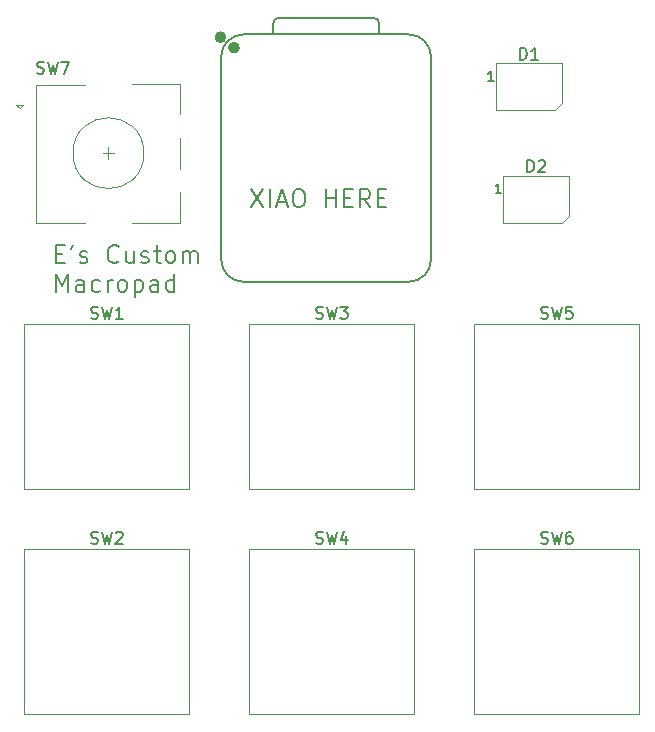
<source format=gbr>
%TF.GenerationSoftware,KiCad,Pcbnew,9.0.2*%
%TF.CreationDate,2025-06-23T11:31:14-05:00*%
%TF.ProjectId,e'sPad,65277350-6164-42e6-9b69-6361645f7063,rev?*%
%TF.SameCoordinates,Original*%
%TF.FileFunction,Legend,Top*%
%TF.FilePolarity,Positive*%
%FSLAX46Y46*%
G04 Gerber Fmt 4.6, Leading zero omitted, Abs format (unit mm)*
G04 Created by KiCad (PCBNEW 9.0.2) date 2025-06-23 11:31:14*
%MOMM*%
%LPD*%
G01*
G04 APERTURE LIST*
%ADD10C,0.187500*%
%ADD11C,0.150000*%
%ADD12C,0.120000*%
%ADD13C,0.127000*%
%ADD14C,0.100000*%
%ADD15C,0.504000*%
G04 APERTURE END LIST*
D10*
X131306390Y-43550428D02*
X132306390Y-45050428D01*
X132306390Y-43550428D02*
X131306390Y-45050428D01*
X132877818Y-45050428D02*
X132877818Y-43550428D01*
X133520676Y-44621857D02*
X134234962Y-44621857D01*
X133377819Y-45050428D02*
X133877819Y-43550428D01*
X133877819Y-43550428D02*
X134377819Y-45050428D01*
X135163533Y-43550428D02*
X135449247Y-43550428D01*
X135449247Y-43550428D02*
X135592104Y-43621857D01*
X135592104Y-43621857D02*
X135734961Y-43764714D01*
X135734961Y-43764714D02*
X135806390Y-44050428D01*
X135806390Y-44050428D02*
X135806390Y-44550428D01*
X135806390Y-44550428D02*
X135734961Y-44836142D01*
X135734961Y-44836142D02*
X135592104Y-44979000D01*
X135592104Y-44979000D02*
X135449247Y-45050428D01*
X135449247Y-45050428D02*
X135163533Y-45050428D01*
X135163533Y-45050428D02*
X135020676Y-44979000D01*
X135020676Y-44979000D02*
X134877818Y-44836142D01*
X134877818Y-44836142D02*
X134806390Y-44550428D01*
X134806390Y-44550428D02*
X134806390Y-44050428D01*
X134806390Y-44050428D02*
X134877818Y-43764714D01*
X134877818Y-43764714D02*
X135020676Y-43621857D01*
X135020676Y-43621857D02*
X135163533Y-43550428D01*
X137592104Y-45050428D02*
X137592104Y-43550428D01*
X137592104Y-44264714D02*
X138449247Y-44264714D01*
X138449247Y-45050428D02*
X138449247Y-43550428D01*
X139163533Y-44264714D02*
X139663533Y-44264714D01*
X139877819Y-45050428D02*
X139163533Y-45050428D01*
X139163533Y-45050428D02*
X139163533Y-43550428D01*
X139163533Y-43550428D02*
X139877819Y-43550428D01*
X141377819Y-45050428D02*
X140877819Y-44336142D01*
X140520676Y-45050428D02*
X140520676Y-43550428D01*
X140520676Y-43550428D02*
X141092105Y-43550428D01*
X141092105Y-43550428D02*
X141234962Y-43621857D01*
X141234962Y-43621857D02*
X141306391Y-43693285D01*
X141306391Y-43693285D02*
X141377819Y-43836142D01*
X141377819Y-43836142D02*
X141377819Y-44050428D01*
X141377819Y-44050428D02*
X141306391Y-44193285D01*
X141306391Y-44193285D02*
X141234962Y-44264714D01*
X141234962Y-44264714D02*
X141092105Y-44336142D01*
X141092105Y-44336142D02*
X140520676Y-44336142D01*
X142020676Y-44264714D02*
X142520676Y-44264714D01*
X142734962Y-45050428D02*
X142020676Y-45050428D01*
X142020676Y-45050428D02*
X142020676Y-43550428D01*
X142020676Y-43550428D02*
X142734962Y-43550428D01*
X114780497Y-48993548D02*
X115280497Y-48993548D01*
X115494783Y-49779262D02*
X114780497Y-49779262D01*
X114780497Y-49779262D02*
X114780497Y-48279262D01*
X114780497Y-48279262D02*
X115494783Y-48279262D01*
X116209069Y-48279262D02*
X116066212Y-48564976D01*
X116780498Y-49707834D02*
X116923355Y-49779262D01*
X116923355Y-49779262D02*
X117209069Y-49779262D01*
X117209069Y-49779262D02*
X117351926Y-49707834D01*
X117351926Y-49707834D02*
X117423355Y-49564976D01*
X117423355Y-49564976D02*
X117423355Y-49493548D01*
X117423355Y-49493548D02*
X117351926Y-49350691D01*
X117351926Y-49350691D02*
X117209069Y-49279262D01*
X117209069Y-49279262D02*
X116994784Y-49279262D01*
X116994784Y-49279262D02*
X116851926Y-49207834D01*
X116851926Y-49207834D02*
X116780498Y-49064976D01*
X116780498Y-49064976D02*
X116780498Y-48993548D01*
X116780498Y-48993548D02*
X116851926Y-48850691D01*
X116851926Y-48850691D02*
X116994784Y-48779262D01*
X116994784Y-48779262D02*
X117209069Y-48779262D01*
X117209069Y-48779262D02*
X117351926Y-48850691D01*
X120066212Y-49636405D02*
X119994784Y-49707834D01*
X119994784Y-49707834D02*
X119780498Y-49779262D01*
X119780498Y-49779262D02*
X119637641Y-49779262D01*
X119637641Y-49779262D02*
X119423355Y-49707834D01*
X119423355Y-49707834D02*
X119280498Y-49564976D01*
X119280498Y-49564976D02*
X119209069Y-49422119D01*
X119209069Y-49422119D02*
X119137641Y-49136405D01*
X119137641Y-49136405D02*
X119137641Y-48922119D01*
X119137641Y-48922119D02*
X119209069Y-48636405D01*
X119209069Y-48636405D02*
X119280498Y-48493548D01*
X119280498Y-48493548D02*
X119423355Y-48350691D01*
X119423355Y-48350691D02*
X119637641Y-48279262D01*
X119637641Y-48279262D02*
X119780498Y-48279262D01*
X119780498Y-48279262D02*
X119994784Y-48350691D01*
X119994784Y-48350691D02*
X120066212Y-48422119D01*
X121351927Y-48779262D02*
X121351927Y-49779262D01*
X120709069Y-48779262D02*
X120709069Y-49564976D01*
X120709069Y-49564976D02*
X120780498Y-49707834D01*
X120780498Y-49707834D02*
X120923355Y-49779262D01*
X120923355Y-49779262D02*
X121137641Y-49779262D01*
X121137641Y-49779262D02*
X121280498Y-49707834D01*
X121280498Y-49707834D02*
X121351927Y-49636405D01*
X121994784Y-49707834D02*
X122137641Y-49779262D01*
X122137641Y-49779262D02*
X122423355Y-49779262D01*
X122423355Y-49779262D02*
X122566212Y-49707834D01*
X122566212Y-49707834D02*
X122637641Y-49564976D01*
X122637641Y-49564976D02*
X122637641Y-49493548D01*
X122637641Y-49493548D02*
X122566212Y-49350691D01*
X122566212Y-49350691D02*
X122423355Y-49279262D01*
X122423355Y-49279262D02*
X122209070Y-49279262D01*
X122209070Y-49279262D02*
X122066212Y-49207834D01*
X122066212Y-49207834D02*
X121994784Y-49064976D01*
X121994784Y-49064976D02*
X121994784Y-48993548D01*
X121994784Y-48993548D02*
X122066212Y-48850691D01*
X122066212Y-48850691D02*
X122209070Y-48779262D01*
X122209070Y-48779262D02*
X122423355Y-48779262D01*
X122423355Y-48779262D02*
X122566212Y-48850691D01*
X123066213Y-48779262D02*
X123637641Y-48779262D01*
X123280498Y-48279262D02*
X123280498Y-49564976D01*
X123280498Y-49564976D02*
X123351927Y-49707834D01*
X123351927Y-49707834D02*
X123494784Y-49779262D01*
X123494784Y-49779262D02*
X123637641Y-49779262D01*
X124351927Y-49779262D02*
X124209070Y-49707834D01*
X124209070Y-49707834D02*
X124137641Y-49636405D01*
X124137641Y-49636405D02*
X124066213Y-49493548D01*
X124066213Y-49493548D02*
X124066213Y-49064976D01*
X124066213Y-49064976D02*
X124137641Y-48922119D01*
X124137641Y-48922119D02*
X124209070Y-48850691D01*
X124209070Y-48850691D02*
X124351927Y-48779262D01*
X124351927Y-48779262D02*
X124566213Y-48779262D01*
X124566213Y-48779262D02*
X124709070Y-48850691D01*
X124709070Y-48850691D02*
X124780499Y-48922119D01*
X124780499Y-48922119D02*
X124851927Y-49064976D01*
X124851927Y-49064976D02*
X124851927Y-49493548D01*
X124851927Y-49493548D02*
X124780499Y-49636405D01*
X124780499Y-49636405D02*
X124709070Y-49707834D01*
X124709070Y-49707834D02*
X124566213Y-49779262D01*
X124566213Y-49779262D02*
X124351927Y-49779262D01*
X125494784Y-49779262D02*
X125494784Y-48779262D01*
X125494784Y-48922119D02*
X125566213Y-48850691D01*
X125566213Y-48850691D02*
X125709070Y-48779262D01*
X125709070Y-48779262D02*
X125923356Y-48779262D01*
X125923356Y-48779262D02*
X126066213Y-48850691D01*
X126066213Y-48850691D02*
X126137642Y-48993548D01*
X126137642Y-48993548D02*
X126137642Y-49779262D01*
X126137642Y-48993548D02*
X126209070Y-48850691D01*
X126209070Y-48850691D02*
X126351927Y-48779262D01*
X126351927Y-48779262D02*
X126566213Y-48779262D01*
X126566213Y-48779262D02*
X126709070Y-48850691D01*
X126709070Y-48850691D02*
X126780499Y-48993548D01*
X126780499Y-48993548D02*
X126780499Y-49779262D01*
X114780497Y-52194178D02*
X114780497Y-50694178D01*
X114780497Y-50694178D02*
X115280497Y-51765607D01*
X115280497Y-51765607D02*
X115780497Y-50694178D01*
X115780497Y-50694178D02*
X115780497Y-52194178D01*
X117137641Y-52194178D02*
X117137641Y-51408464D01*
X117137641Y-51408464D02*
X117066212Y-51265607D01*
X117066212Y-51265607D02*
X116923355Y-51194178D01*
X116923355Y-51194178D02*
X116637641Y-51194178D01*
X116637641Y-51194178D02*
X116494783Y-51265607D01*
X117137641Y-52122750D02*
X116994783Y-52194178D01*
X116994783Y-52194178D02*
X116637641Y-52194178D01*
X116637641Y-52194178D02*
X116494783Y-52122750D01*
X116494783Y-52122750D02*
X116423355Y-51979892D01*
X116423355Y-51979892D02*
X116423355Y-51837035D01*
X116423355Y-51837035D02*
X116494783Y-51694178D01*
X116494783Y-51694178D02*
X116637641Y-51622750D01*
X116637641Y-51622750D02*
X116994783Y-51622750D01*
X116994783Y-51622750D02*
X117137641Y-51551321D01*
X118494784Y-52122750D02*
X118351926Y-52194178D01*
X118351926Y-52194178D02*
X118066212Y-52194178D01*
X118066212Y-52194178D02*
X117923355Y-52122750D01*
X117923355Y-52122750D02*
X117851926Y-52051321D01*
X117851926Y-52051321D02*
X117780498Y-51908464D01*
X117780498Y-51908464D02*
X117780498Y-51479892D01*
X117780498Y-51479892D02*
X117851926Y-51337035D01*
X117851926Y-51337035D02*
X117923355Y-51265607D01*
X117923355Y-51265607D02*
X118066212Y-51194178D01*
X118066212Y-51194178D02*
X118351926Y-51194178D01*
X118351926Y-51194178D02*
X118494784Y-51265607D01*
X119137640Y-52194178D02*
X119137640Y-51194178D01*
X119137640Y-51479892D02*
X119209069Y-51337035D01*
X119209069Y-51337035D02*
X119280498Y-51265607D01*
X119280498Y-51265607D02*
X119423355Y-51194178D01*
X119423355Y-51194178D02*
X119566212Y-51194178D01*
X120280497Y-52194178D02*
X120137640Y-52122750D01*
X120137640Y-52122750D02*
X120066211Y-52051321D01*
X120066211Y-52051321D02*
X119994783Y-51908464D01*
X119994783Y-51908464D02*
X119994783Y-51479892D01*
X119994783Y-51479892D02*
X120066211Y-51337035D01*
X120066211Y-51337035D02*
X120137640Y-51265607D01*
X120137640Y-51265607D02*
X120280497Y-51194178D01*
X120280497Y-51194178D02*
X120494783Y-51194178D01*
X120494783Y-51194178D02*
X120637640Y-51265607D01*
X120637640Y-51265607D02*
X120709069Y-51337035D01*
X120709069Y-51337035D02*
X120780497Y-51479892D01*
X120780497Y-51479892D02*
X120780497Y-51908464D01*
X120780497Y-51908464D02*
X120709069Y-52051321D01*
X120709069Y-52051321D02*
X120637640Y-52122750D01*
X120637640Y-52122750D02*
X120494783Y-52194178D01*
X120494783Y-52194178D02*
X120280497Y-52194178D01*
X121423354Y-51194178D02*
X121423354Y-52694178D01*
X121423354Y-51265607D02*
X121566212Y-51194178D01*
X121566212Y-51194178D02*
X121851926Y-51194178D01*
X121851926Y-51194178D02*
X121994783Y-51265607D01*
X121994783Y-51265607D02*
X122066212Y-51337035D01*
X122066212Y-51337035D02*
X122137640Y-51479892D01*
X122137640Y-51479892D02*
X122137640Y-51908464D01*
X122137640Y-51908464D02*
X122066212Y-52051321D01*
X122066212Y-52051321D02*
X121994783Y-52122750D01*
X121994783Y-52122750D02*
X121851926Y-52194178D01*
X121851926Y-52194178D02*
X121566212Y-52194178D01*
X121566212Y-52194178D02*
X121423354Y-52122750D01*
X123423355Y-52194178D02*
X123423355Y-51408464D01*
X123423355Y-51408464D02*
X123351926Y-51265607D01*
X123351926Y-51265607D02*
X123209069Y-51194178D01*
X123209069Y-51194178D02*
X122923355Y-51194178D01*
X122923355Y-51194178D02*
X122780497Y-51265607D01*
X123423355Y-52122750D02*
X123280497Y-52194178D01*
X123280497Y-52194178D02*
X122923355Y-52194178D01*
X122923355Y-52194178D02*
X122780497Y-52122750D01*
X122780497Y-52122750D02*
X122709069Y-51979892D01*
X122709069Y-51979892D02*
X122709069Y-51837035D01*
X122709069Y-51837035D02*
X122780497Y-51694178D01*
X122780497Y-51694178D02*
X122923355Y-51622750D01*
X122923355Y-51622750D02*
X123280497Y-51622750D01*
X123280497Y-51622750D02*
X123423355Y-51551321D01*
X124780498Y-52194178D02*
X124780498Y-50694178D01*
X124780498Y-52122750D02*
X124637640Y-52194178D01*
X124637640Y-52194178D02*
X124351926Y-52194178D01*
X124351926Y-52194178D02*
X124209069Y-52122750D01*
X124209069Y-52122750D02*
X124137640Y-52051321D01*
X124137640Y-52051321D02*
X124066212Y-51908464D01*
X124066212Y-51908464D02*
X124066212Y-51479892D01*
X124066212Y-51479892D02*
X124137640Y-51337035D01*
X124137640Y-51337035D02*
X124209069Y-51265607D01*
X124209069Y-51265607D02*
X124351926Y-51194178D01*
X124351926Y-51194178D02*
X124637640Y-51194178D01*
X124637640Y-51194178D02*
X124780498Y-51265607D01*
D11*
X154043155Y-32548569D02*
X154043155Y-31548569D01*
X154043155Y-31548569D02*
X154281250Y-31548569D01*
X154281250Y-31548569D02*
X154424107Y-31596188D01*
X154424107Y-31596188D02*
X154519345Y-31691426D01*
X154519345Y-31691426D02*
X154566964Y-31786664D01*
X154566964Y-31786664D02*
X154614583Y-31977140D01*
X154614583Y-31977140D02*
X154614583Y-32119997D01*
X154614583Y-32119997D02*
X154566964Y-32310473D01*
X154566964Y-32310473D02*
X154519345Y-32405711D01*
X154519345Y-32405711D02*
X154424107Y-32500950D01*
X154424107Y-32500950D02*
X154281250Y-32548569D01*
X154281250Y-32548569D02*
X154043155Y-32548569D01*
X155566964Y-32548569D02*
X154995536Y-32548569D01*
X155281250Y-32548569D02*
X155281250Y-31548569D01*
X155281250Y-31548569D02*
X155186012Y-31691426D01*
X155186012Y-31691426D02*
X155090774Y-31786664D01*
X155090774Y-31786664D02*
X154995536Y-31834283D01*
X151809821Y-34331045D02*
X151352678Y-34331045D01*
X151581250Y-34331045D02*
X151581250Y-33531045D01*
X151581250Y-33531045D02*
X151505059Y-33645330D01*
X151505059Y-33645330D02*
X151428869Y-33721521D01*
X151428869Y-33721521D02*
X151352678Y-33759616D01*
X136779167Y-73495700D02*
X136922024Y-73543319D01*
X136922024Y-73543319D02*
X137160119Y-73543319D01*
X137160119Y-73543319D02*
X137255357Y-73495700D01*
X137255357Y-73495700D02*
X137302976Y-73448080D01*
X137302976Y-73448080D02*
X137350595Y-73352842D01*
X137350595Y-73352842D02*
X137350595Y-73257604D01*
X137350595Y-73257604D02*
X137302976Y-73162366D01*
X137302976Y-73162366D02*
X137255357Y-73114747D01*
X137255357Y-73114747D02*
X137160119Y-73067128D01*
X137160119Y-73067128D02*
X136969643Y-73019509D01*
X136969643Y-73019509D02*
X136874405Y-72971890D01*
X136874405Y-72971890D02*
X136826786Y-72924271D01*
X136826786Y-72924271D02*
X136779167Y-72829033D01*
X136779167Y-72829033D02*
X136779167Y-72733795D01*
X136779167Y-72733795D02*
X136826786Y-72638557D01*
X136826786Y-72638557D02*
X136874405Y-72590938D01*
X136874405Y-72590938D02*
X136969643Y-72543319D01*
X136969643Y-72543319D02*
X137207738Y-72543319D01*
X137207738Y-72543319D02*
X137350595Y-72590938D01*
X137683929Y-72543319D02*
X137922024Y-73543319D01*
X137922024Y-73543319D02*
X138112500Y-72829033D01*
X138112500Y-72829033D02*
X138302976Y-73543319D01*
X138302976Y-73543319D02*
X138541072Y-72543319D01*
X139350595Y-72876652D02*
X139350595Y-73543319D01*
X139112500Y-72495700D02*
X138874405Y-73209985D01*
X138874405Y-73209985D02*
X139493452Y-73209985D01*
X136779167Y-54445700D02*
X136922024Y-54493319D01*
X136922024Y-54493319D02*
X137160119Y-54493319D01*
X137160119Y-54493319D02*
X137255357Y-54445700D01*
X137255357Y-54445700D02*
X137302976Y-54398080D01*
X137302976Y-54398080D02*
X137350595Y-54302842D01*
X137350595Y-54302842D02*
X137350595Y-54207604D01*
X137350595Y-54207604D02*
X137302976Y-54112366D01*
X137302976Y-54112366D02*
X137255357Y-54064747D01*
X137255357Y-54064747D02*
X137160119Y-54017128D01*
X137160119Y-54017128D02*
X136969643Y-53969509D01*
X136969643Y-53969509D02*
X136874405Y-53921890D01*
X136874405Y-53921890D02*
X136826786Y-53874271D01*
X136826786Y-53874271D02*
X136779167Y-53779033D01*
X136779167Y-53779033D02*
X136779167Y-53683795D01*
X136779167Y-53683795D02*
X136826786Y-53588557D01*
X136826786Y-53588557D02*
X136874405Y-53540938D01*
X136874405Y-53540938D02*
X136969643Y-53493319D01*
X136969643Y-53493319D02*
X137207738Y-53493319D01*
X137207738Y-53493319D02*
X137350595Y-53540938D01*
X137683929Y-53493319D02*
X137922024Y-54493319D01*
X137922024Y-54493319D02*
X138112500Y-53779033D01*
X138112500Y-53779033D02*
X138302976Y-54493319D01*
X138302976Y-54493319D02*
X138541072Y-53493319D01*
X138826786Y-53493319D02*
X139445833Y-53493319D01*
X139445833Y-53493319D02*
X139112500Y-53874271D01*
X139112500Y-53874271D02*
X139255357Y-53874271D01*
X139255357Y-53874271D02*
X139350595Y-53921890D01*
X139350595Y-53921890D02*
X139398214Y-53969509D01*
X139398214Y-53969509D02*
X139445833Y-54064747D01*
X139445833Y-54064747D02*
X139445833Y-54302842D01*
X139445833Y-54302842D02*
X139398214Y-54398080D01*
X139398214Y-54398080D02*
X139350595Y-54445700D01*
X139350595Y-54445700D02*
X139255357Y-54493319D01*
X139255357Y-54493319D02*
X138969643Y-54493319D01*
X138969643Y-54493319D02*
X138874405Y-54445700D01*
X138874405Y-54445700D02*
X138826786Y-54398080D01*
X113172917Y-33688450D02*
X113315774Y-33736069D01*
X113315774Y-33736069D02*
X113553869Y-33736069D01*
X113553869Y-33736069D02*
X113649107Y-33688450D01*
X113649107Y-33688450D02*
X113696726Y-33640830D01*
X113696726Y-33640830D02*
X113744345Y-33545592D01*
X113744345Y-33545592D02*
X113744345Y-33450354D01*
X113744345Y-33450354D02*
X113696726Y-33355116D01*
X113696726Y-33355116D02*
X113649107Y-33307497D01*
X113649107Y-33307497D02*
X113553869Y-33259878D01*
X113553869Y-33259878D02*
X113363393Y-33212259D01*
X113363393Y-33212259D02*
X113268155Y-33164640D01*
X113268155Y-33164640D02*
X113220536Y-33117021D01*
X113220536Y-33117021D02*
X113172917Y-33021783D01*
X113172917Y-33021783D02*
X113172917Y-32926545D01*
X113172917Y-32926545D02*
X113220536Y-32831307D01*
X113220536Y-32831307D02*
X113268155Y-32783688D01*
X113268155Y-32783688D02*
X113363393Y-32736069D01*
X113363393Y-32736069D02*
X113601488Y-32736069D01*
X113601488Y-32736069D02*
X113744345Y-32783688D01*
X114077679Y-32736069D02*
X114315774Y-33736069D01*
X114315774Y-33736069D02*
X114506250Y-33021783D01*
X114506250Y-33021783D02*
X114696726Y-33736069D01*
X114696726Y-33736069D02*
X114934822Y-32736069D01*
X115220536Y-32736069D02*
X115887202Y-32736069D01*
X115887202Y-32736069D02*
X115458631Y-33736069D01*
X155829167Y-54445700D02*
X155972024Y-54493319D01*
X155972024Y-54493319D02*
X156210119Y-54493319D01*
X156210119Y-54493319D02*
X156305357Y-54445700D01*
X156305357Y-54445700D02*
X156352976Y-54398080D01*
X156352976Y-54398080D02*
X156400595Y-54302842D01*
X156400595Y-54302842D02*
X156400595Y-54207604D01*
X156400595Y-54207604D02*
X156352976Y-54112366D01*
X156352976Y-54112366D02*
X156305357Y-54064747D01*
X156305357Y-54064747D02*
X156210119Y-54017128D01*
X156210119Y-54017128D02*
X156019643Y-53969509D01*
X156019643Y-53969509D02*
X155924405Y-53921890D01*
X155924405Y-53921890D02*
X155876786Y-53874271D01*
X155876786Y-53874271D02*
X155829167Y-53779033D01*
X155829167Y-53779033D02*
X155829167Y-53683795D01*
X155829167Y-53683795D02*
X155876786Y-53588557D01*
X155876786Y-53588557D02*
X155924405Y-53540938D01*
X155924405Y-53540938D02*
X156019643Y-53493319D01*
X156019643Y-53493319D02*
X156257738Y-53493319D01*
X156257738Y-53493319D02*
X156400595Y-53540938D01*
X156733929Y-53493319D02*
X156972024Y-54493319D01*
X156972024Y-54493319D02*
X157162500Y-53779033D01*
X157162500Y-53779033D02*
X157352976Y-54493319D01*
X157352976Y-54493319D02*
X157591072Y-53493319D01*
X158448214Y-53493319D02*
X157972024Y-53493319D01*
X157972024Y-53493319D02*
X157924405Y-53969509D01*
X157924405Y-53969509D02*
X157972024Y-53921890D01*
X157972024Y-53921890D02*
X158067262Y-53874271D01*
X158067262Y-53874271D02*
X158305357Y-53874271D01*
X158305357Y-53874271D02*
X158400595Y-53921890D01*
X158400595Y-53921890D02*
X158448214Y-53969509D01*
X158448214Y-53969509D02*
X158495833Y-54064747D01*
X158495833Y-54064747D02*
X158495833Y-54302842D01*
X158495833Y-54302842D02*
X158448214Y-54398080D01*
X158448214Y-54398080D02*
X158400595Y-54445700D01*
X158400595Y-54445700D02*
X158305357Y-54493319D01*
X158305357Y-54493319D02*
X158067262Y-54493319D01*
X158067262Y-54493319D02*
X157972024Y-54445700D01*
X157972024Y-54445700D02*
X157924405Y-54398080D01*
X155829167Y-73495700D02*
X155972024Y-73543319D01*
X155972024Y-73543319D02*
X156210119Y-73543319D01*
X156210119Y-73543319D02*
X156305357Y-73495700D01*
X156305357Y-73495700D02*
X156352976Y-73448080D01*
X156352976Y-73448080D02*
X156400595Y-73352842D01*
X156400595Y-73352842D02*
X156400595Y-73257604D01*
X156400595Y-73257604D02*
X156352976Y-73162366D01*
X156352976Y-73162366D02*
X156305357Y-73114747D01*
X156305357Y-73114747D02*
X156210119Y-73067128D01*
X156210119Y-73067128D02*
X156019643Y-73019509D01*
X156019643Y-73019509D02*
X155924405Y-72971890D01*
X155924405Y-72971890D02*
X155876786Y-72924271D01*
X155876786Y-72924271D02*
X155829167Y-72829033D01*
X155829167Y-72829033D02*
X155829167Y-72733795D01*
X155829167Y-72733795D02*
X155876786Y-72638557D01*
X155876786Y-72638557D02*
X155924405Y-72590938D01*
X155924405Y-72590938D02*
X156019643Y-72543319D01*
X156019643Y-72543319D02*
X156257738Y-72543319D01*
X156257738Y-72543319D02*
X156400595Y-72590938D01*
X156733929Y-72543319D02*
X156972024Y-73543319D01*
X156972024Y-73543319D02*
X157162500Y-72829033D01*
X157162500Y-72829033D02*
X157352976Y-73543319D01*
X157352976Y-73543319D02*
X157591072Y-72543319D01*
X158400595Y-72543319D02*
X158210119Y-72543319D01*
X158210119Y-72543319D02*
X158114881Y-72590938D01*
X158114881Y-72590938D02*
X158067262Y-72638557D01*
X158067262Y-72638557D02*
X157972024Y-72781414D01*
X157972024Y-72781414D02*
X157924405Y-72971890D01*
X157924405Y-72971890D02*
X157924405Y-73352842D01*
X157924405Y-73352842D02*
X157972024Y-73448080D01*
X157972024Y-73448080D02*
X158019643Y-73495700D01*
X158019643Y-73495700D02*
X158114881Y-73543319D01*
X158114881Y-73543319D02*
X158305357Y-73543319D01*
X158305357Y-73543319D02*
X158400595Y-73495700D01*
X158400595Y-73495700D02*
X158448214Y-73448080D01*
X158448214Y-73448080D02*
X158495833Y-73352842D01*
X158495833Y-73352842D02*
X158495833Y-73114747D01*
X158495833Y-73114747D02*
X158448214Y-73019509D01*
X158448214Y-73019509D02*
X158400595Y-72971890D01*
X158400595Y-72971890D02*
X158305357Y-72924271D01*
X158305357Y-72924271D02*
X158114881Y-72924271D01*
X158114881Y-72924271D02*
X158019643Y-72971890D01*
X158019643Y-72971890D02*
X157972024Y-73019509D01*
X157972024Y-73019509D02*
X157924405Y-73114747D01*
X154674405Y-42073569D02*
X154674405Y-41073569D01*
X154674405Y-41073569D02*
X154912500Y-41073569D01*
X154912500Y-41073569D02*
X155055357Y-41121188D01*
X155055357Y-41121188D02*
X155150595Y-41216426D01*
X155150595Y-41216426D02*
X155198214Y-41311664D01*
X155198214Y-41311664D02*
X155245833Y-41502140D01*
X155245833Y-41502140D02*
X155245833Y-41644997D01*
X155245833Y-41644997D02*
X155198214Y-41835473D01*
X155198214Y-41835473D02*
X155150595Y-41930711D01*
X155150595Y-41930711D02*
X155055357Y-42025950D01*
X155055357Y-42025950D02*
X154912500Y-42073569D01*
X154912500Y-42073569D02*
X154674405Y-42073569D01*
X155626786Y-41168807D02*
X155674405Y-41121188D01*
X155674405Y-41121188D02*
X155769643Y-41073569D01*
X155769643Y-41073569D02*
X156007738Y-41073569D01*
X156007738Y-41073569D02*
X156102976Y-41121188D01*
X156102976Y-41121188D02*
X156150595Y-41168807D01*
X156150595Y-41168807D02*
X156198214Y-41264045D01*
X156198214Y-41264045D02*
X156198214Y-41359283D01*
X156198214Y-41359283D02*
X156150595Y-41502140D01*
X156150595Y-41502140D02*
X155579167Y-42073569D01*
X155579167Y-42073569D02*
X156198214Y-42073569D01*
X152441071Y-43856045D02*
X151983928Y-43856045D01*
X152212500Y-43856045D02*
X152212500Y-43056045D01*
X152212500Y-43056045D02*
X152136309Y-43170330D01*
X152136309Y-43170330D02*
X152060119Y-43246521D01*
X152060119Y-43246521D02*
X151983928Y-43284616D01*
X117729167Y-54445700D02*
X117872024Y-54493319D01*
X117872024Y-54493319D02*
X118110119Y-54493319D01*
X118110119Y-54493319D02*
X118205357Y-54445700D01*
X118205357Y-54445700D02*
X118252976Y-54398080D01*
X118252976Y-54398080D02*
X118300595Y-54302842D01*
X118300595Y-54302842D02*
X118300595Y-54207604D01*
X118300595Y-54207604D02*
X118252976Y-54112366D01*
X118252976Y-54112366D02*
X118205357Y-54064747D01*
X118205357Y-54064747D02*
X118110119Y-54017128D01*
X118110119Y-54017128D02*
X117919643Y-53969509D01*
X117919643Y-53969509D02*
X117824405Y-53921890D01*
X117824405Y-53921890D02*
X117776786Y-53874271D01*
X117776786Y-53874271D02*
X117729167Y-53779033D01*
X117729167Y-53779033D02*
X117729167Y-53683795D01*
X117729167Y-53683795D02*
X117776786Y-53588557D01*
X117776786Y-53588557D02*
X117824405Y-53540938D01*
X117824405Y-53540938D02*
X117919643Y-53493319D01*
X117919643Y-53493319D02*
X118157738Y-53493319D01*
X118157738Y-53493319D02*
X118300595Y-53540938D01*
X118633929Y-53493319D02*
X118872024Y-54493319D01*
X118872024Y-54493319D02*
X119062500Y-53779033D01*
X119062500Y-53779033D02*
X119252976Y-54493319D01*
X119252976Y-54493319D02*
X119491072Y-53493319D01*
X120395833Y-54493319D02*
X119824405Y-54493319D01*
X120110119Y-54493319D02*
X120110119Y-53493319D01*
X120110119Y-53493319D02*
X120014881Y-53636176D01*
X120014881Y-53636176D02*
X119919643Y-53731414D01*
X119919643Y-53731414D02*
X119824405Y-53779033D01*
X117729167Y-73495700D02*
X117872024Y-73543319D01*
X117872024Y-73543319D02*
X118110119Y-73543319D01*
X118110119Y-73543319D02*
X118205357Y-73495700D01*
X118205357Y-73495700D02*
X118252976Y-73448080D01*
X118252976Y-73448080D02*
X118300595Y-73352842D01*
X118300595Y-73352842D02*
X118300595Y-73257604D01*
X118300595Y-73257604D02*
X118252976Y-73162366D01*
X118252976Y-73162366D02*
X118205357Y-73114747D01*
X118205357Y-73114747D02*
X118110119Y-73067128D01*
X118110119Y-73067128D02*
X117919643Y-73019509D01*
X117919643Y-73019509D02*
X117824405Y-72971890D01*
X117824405Y-72971890D02*
X117776786Y-72924271D01*
X117776786Y-72924271D02*
X117729167Y-72829033D01*
X117729167Y-72829033D02*
X117729167Y-72733795D01*
X117729167Y-72733795D02*
X117776786Y-72638557D01*
X117776786Y-72638557D02*
X117824405Y-72590938D01*
X117824405Y-72590938D02*
X117919643Y-72543319D01*
X117919643Y-72543319D02*
X118157738Y-72543319D01*
X118157738Y-72543319D02*
X118300595Y-72590938D01*
X118633929Y-72543319D02*
X118872024Y-73543319D01*
X118872024Y-73543319D02*
X119062500Y-72829033D01*
X119062500Y-72829033D02*
X119252976Y-73543319D01*
X119252976Y-73543319D02*
X119491072Y-72543319D01*
X119824405Y-72638557D02*
X119872024Y-72590938D01*
X119872024Y-72590938D02*
X119967262Y-72543319D01*
X119967262Y-72543319D02*
X120205357Y-72543319D01*
X120205357Y-72543319D02*
X120300595Y-72590938D01*
X120300595Y-72590938D02*
X120348214Y-72638557D01*
X120348214Y-72638557D02*
X120395833Y-72733795D01*
X120395833Y-72733795D02*
X120395833Y-72829033D01*
X120395833Y-72829033D02*
X120348214Y-72971890D01*
X120348214Y-72971890D02*
X119776786Y-73543319D01*
X119776786Y-73543319D02*
X120395833Y-73543319D01*
D12*
%TO.C,D1*%
X151981250Y-32843750D02*
X151981250Y-36843750D01*
X151981250Y-32843750D02*
X157581250Y-32843750D01*
X151981250Y-36843750D02*
X156981250Y-36843750D01*
X157581250Y-36243750D02*
X156981250Y-36843750D01*
X157581250Y-36243750D02*
X157581250Y-32843750D01*
%TO.C,SW4*%
X131127500Y-73977500D02*
X145097500Y-73977500D01*
X131127500Y-87947500D02*
X131127500Y-73977500D01*
X145097500Y-73977500D02*
X145097500Y-87947500D01*
X145097500Y-87947500D02*
X131127500Y-87947500D01*
%TO.C,SW3*%
X131127500Y-54927500D02*
X145097500Y-54927500D01*
X131127500Y-68897500D02*
X131127500Y-54927500D01*
X145097500Y-54927500D02*
X145097500Y-68897500D01*
X145097500Y-68897500D02*
X131127500Y-68897500D01*
%TO.C,SW7*%
X111406250Y-36381250D02*
X112006250Y-36381250D01*
X111706250Y-36681250D02*
X111406250Y-36381250D01*
X112006250Y-36381250D02*
X111706250Y-36681250D01*
X113106250Y-34681250D02*
X113106250Y-46381250D01*
X117206250Y-34681250D02*
X113106250Y-34681250D01*
X117206250Y-46381250D02*
X113106250Y-46381250D01*
X118706250Y-40481250D02*
X119706250Y-40481250D01*
X119206250Y-39981250D02*
X119206250Y-40981250D01*
X121206250Y-34581250D02*
X125306250Y-34581250D01*
X125306250Y-34581250D02*
X125306250Y-37181250D01*
X125306250Y-39181250D02*
X125306250Y-41781250D01*
X125306250Y-43781250D02*
X125306250Y-46381250D01*
X125306250Y-46381250D02*
X121206250Y-46381250D01*
X122206250Y-40481250D02*
G75*
G02*
X116206250Y-40481250I-3000000J0D01*
G01*
X116206250Y-40481250D02*
G75*
G02*
X122206250Y-40481250I3000000J0D01*
G01*
%TO.C,SW5*%
X150177500Y-54927500D02*
X164147500Y-54927500D01*
X150177500Y-68897500D02*
X150177500Y-54927500D01*
X164147500Y-54927500D02*
X164147500Y-68897500D01*
X164147500Y-68897500D02*
X150177500Y-68897500D01*
%TO.C,SW6*%
X150177500Y-73977500D02*
X164147500Y-73977500D01*
X150177500Y-87947500D02*
X150177500Y-73977500D01*
X164147500Y-73977500D02*
X164147500Y-87947500D01*
X164147500Y-87947500D02*
X150177500Y-87947500D01*
D13*
%TO.C,U1*%
X128746250Y-49466500D02*
X128746250Y-32321500D01*
X130651250Y-51371500D02*
X144621250Y-51371500D01*
X133141250Y-30416500D02*
X133144978Y-29506228D01*
X133644978Y-29006500D02*
X141640250Y-29006500D01*
X142140250Y-29506500D02*
X142140250Y-30416500D01*
D14*
X144621250Y-30416500D02*
X130651250Y-30416500D01*
D13*
X144621250Y-30416500D02*
X130651250Y-30416500D01*
X146526250Y-49466500D02*
X146526250Y-32321500D01*
X128746250Y-32321500D02*
G75*
G02*
X130651250Y-30416500I1905001J-1D01*
G01*
X130651250Y-51371500D02*
G75*
G02*
X128746250Y-49466500I1J1905001D01*
G01*
X133144978Y-29506228D02*
G75*
G02*
X133644978Y-29006501I500018J-291D01*
G01*
X141640250Y-29006500D02*
G75*
G02*
X142140250Y-29506500I0J-500000D01*
G01*
X144621250Y-30416500D02*
G75*
G02*
X146526250Y-32321500I0J-1905000D01*
G01*
X146526250Y-49466500D02*
G75*
G02*
X144621250Y-51371500I-1905000J0D01*
G01*
D15*
X128938250Y-30657500D02*
G75*
G02*
X128434250Y-30657500I-252000J0D01*
G01*
X128434250Y-30657500D02*
G75*
G02*
X128938250Y-30657500I252000J0D01*
G01*
X130081250Y-31537500D02*
G75*
G02*
X129577250Y-31537500I-252000J0D01*
G01*
X129577250Y-31537500D02*
G75*
G02*
X130081250Y-31537500I252000J0D01*
G01*
D12*
%TO.C,D2*%
X152612500Y-42368750D02*
X152612500Y-46368750D01*
X152612500Y-42368750D02*
X158212500Y-42368750D01*
X152612500Y-46368750D02*
X157612500Y-46368750D01*
X158212500Y-45768750D02*
X157612500Y-46368750D01*
X158212500Y-45768750D02*
X158212500Y-42368750D01*
%TO.C,SW1*%
X112077500Y-54927500D02*
X126047500Y-54927500D01*
X112077500Y-68897500D02*
X112077500Y-54927500D01*
X126047500Y-54927500D02*
X126047500Y-68897500D01*
X126047500Y-68897500D02*
X112077500Y-68897500D01*
%TO.C,SW2*%
X112077500Y-73977500D02*
X126047500Y-73977500D01*
X112077500Y-87947500D02*
X112077500Y-73977500D01*
X126047500Y-73977500D02*
X126047500Y-87947500D01*
X126047500Y-87947500D02*
X112077500Y-87947500D01*
%TD*%
M02*

</source>
